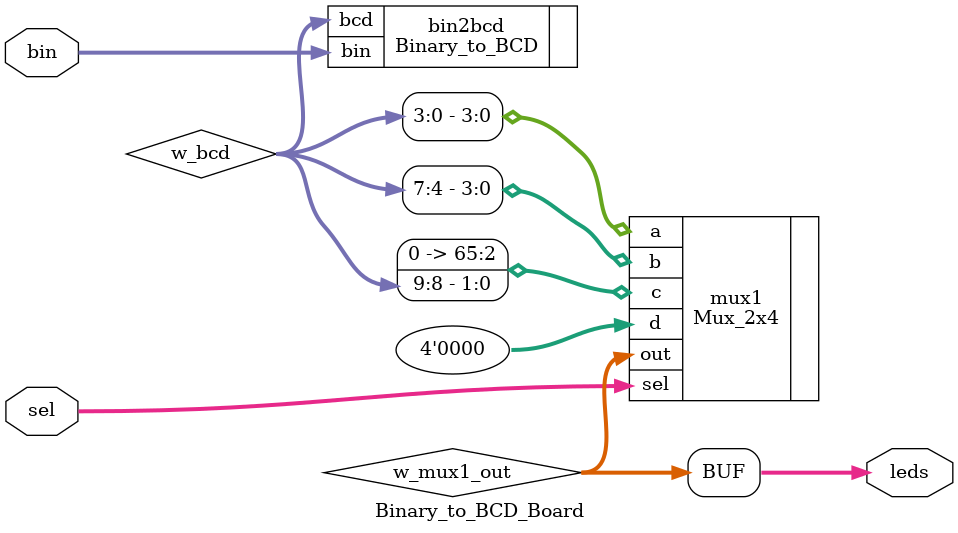
<source format=v>
`timescale 1ns / 1ps


module Binary_to_BCD_Board( leds, bin, sel);

    /*--------- Declare Module I/O --------------------------*/
    output reg [3:0] leds;  // Output to LEDs
    input [7:0] bin;        // Binary input
    input [1:0] sel;         // Selector for multiplexer
    
    /*--------- Declare internal wires --------------------------*/
    wire [9:0] w_bcd;       // BCD output from Binary_to_BCD module
    wire [3:0] w_mux1_out;  // Output from the 2x4 multiplexer
    
    /*--------- Instantiate Binary_to_BCD and Mux_2x4 modules --------------------------*/
    Binary_to_BCD bin2bcd (.bcd(w_bcd), .bin(bin));
    Mux_2x4 mux1 (.out(w_mux1_out), .a({w_bcd[3],w_bcd[2],w_bcd[1],w_bcd[0]}), .b({w_bcd[7],w_bcd[6],w_bcd[5],w_bcd[4]}), .c({0,0,w_bcd[9],w_bcd[8]}), .d(4'b0000), .sel(sel));
    
    /*--------- Always block to drive LEDs --------------------------*/
    always @(bin, sel)
    begin
        leds = w_mux1_out;  // Update LED outputs
    end
endmodule

</source>
